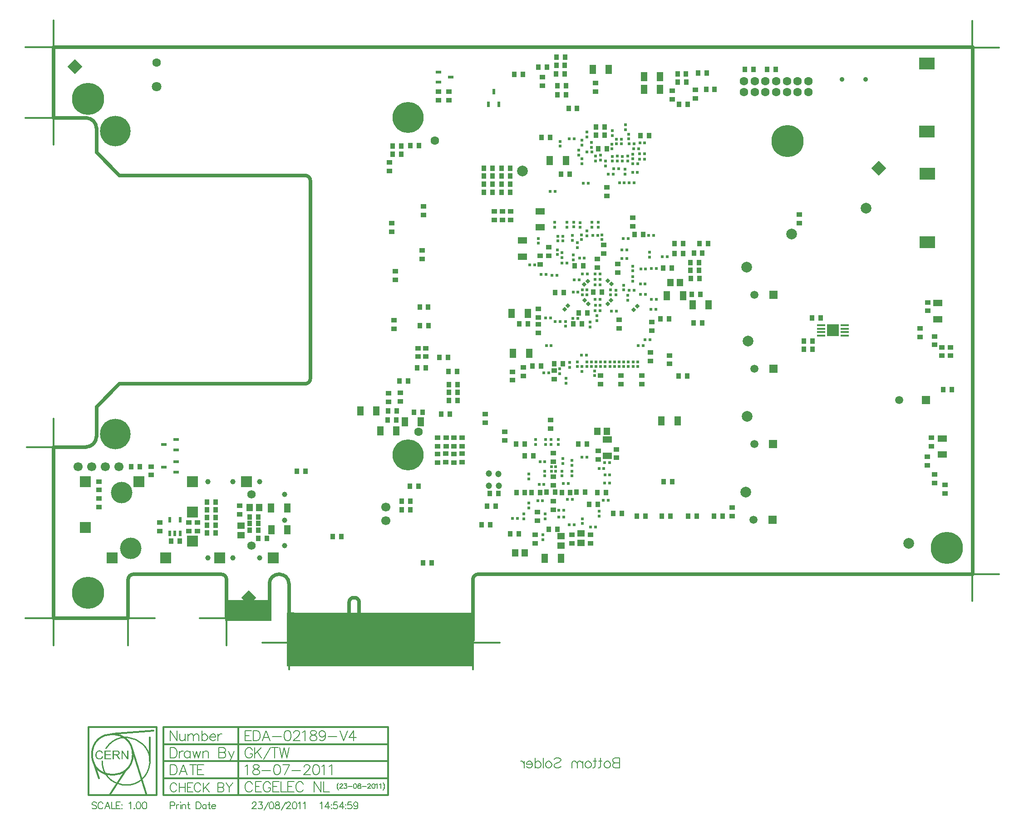
<source format=gbr>
%FSLAX24Y24*%
%MOIN*%
G70*
G01*
G75*
G04 Layer_Color=128*
%ADD10C,0.0400*%
%ADD11C,0.0080*%
%ADD12C,0.0100*%
%ADD13C,0.0150*%
%ADD14R,1.4189X0.2756*%
%ADD15R,0.3511X0.2756*%
%ADD16R,0.0800X0.0800*%
%ADD17R,0.0800X0.3200*%
%ADD18R,0.8400X0.2350*%
%ADD19R,0.4340X0.2360*%
%ADD20C,0.0250*%
%ADD21C,0.0120*%
%ADD22C,0.0070*%
%ADD23C,0.0050*%
%ADD24C,0.0709*%
%ADD25C,0.0571*%
G04:AMPARAMS|DCode=26|XSize=101.339mil|YSize=101.339mil|CornerRadius=0mil|HoleSize=0mil|Usage=FLASHONLY|Rotation=0.000|XOffset=0mil|YOffset=0mil|HoleType=Round|Shape=Relief|Width=20mil|Gap=10mil|Entries=4|*
%AMTHD26*
7,0,0,0.1013,0.0813,0.0200,45*
%
%ADD26THD26*%
G04:AMPARAMS|DCode=27|XSize=95.433mil|YSize=95.433mil|CornerRadius=0mil|HoleSize=0mil|Usage=FLASHONLY|Rotation=0.000|XOffset=0mil|YOffset=0mil|HoleType=Round|Shape=Relief|Width=20mil|Gap=10mil|Entries=4|*
%AMTHD27*
7,0,0,0.0954,0.0754,0.0200,45*
%
%ADD27THD27*%
%ADD28C,0.0551*%
%ADD29C,0.0807*%
G04:AMPARAMS|DCode=30|XSize=185.984mil|YSize=185.984mil|CornerRadius=0mil|HoleSize=0mil|Usage=FLASHONLY|Rotation=0.000|XOffset=0mil|YOffset=0mil|HoleType=Round|Shape=Relief|Width=20mil|Gap=10mil|Entries=4|*
%AMTHD30*
7,0,0,0.1860,0.1660,0.0200,45*
%
%ADD30THD30*%
G04:AMPARAMS|DCode=31|XSize=166.299mil|YSize=166.299mil|CornerRadius=0mil|HoleSize=0mil|Usage=FLASHONLY|Rotation=0.000|XOffset=0mil|YOffset=0mil|HoleType=Round|Shape=Relief|Width=20mil|Gap=10mil|Entries=4|*
%AMTHD31*
7,0,0,0.1663,0.1463,0.0200,45*
%
%ADD31THD31*%
%ADD32C,0.0827*%
%ADD33C,0.0906*%
%ADD34C,0.0610*%
G04:AMPARAMS|DCode=35|XSize=91.496mil|YSize=91.496mil|CornerRadius=0mil|HoleSize=0mil|Usage=FLASHONLY|Rotation=0.000|XOffset=0mil|YOffset=0mil|HoleType=Round|Shape=Relief|Width=20mil|Gap=10mil|Entries=4|*
%AMTHD35*
7,0,0,0.0915,0.0715,0.0200,45*
%
%ADD35THD35*%
%ADD36C,0.0512*%
G04:AMPARAMS|DCode=37|XSize=119.055mil|YSize=119.055mil|CornerRadius=0mil|HoleSize=0mil|Usage=FLASHONLY|Rotation=0.000|XOffset=0mil|YOffset=0mil|HoleType=Round|Shape=Relief|Width=20mil|Gap=10mil|Entries=4|*
%AMTHD37*
7,0,0,0.1191,0.0991,0.0200,45*
%
%ADD37THD37*%
G04:AMPARAMS|DCode=38|XSize=111.181mil|YSize=111.181mil|CornerRadius=0mil|HoleSize=0mil|Usage=FLASHONLY|Rotation=0.000|XOffset=0mil|YOffset=0mil|HoleType=Round|Shape=Relief|Width=20mil|Gap=10mil|Entries=4|*
%AMTHD38*
7,0,0,0.1112,0.0912,0.0200,45*
%
%ADD38THD38*%
%ADD39C,0.0276*%
%ADD40C,0.0335*%
%ADD41C,0.0079*%
%ADD42R,0.3539X0.2756*%
%ADD43R,1.4131X0.2756*%
%ADD44R,0.0800X0.0784*%
%ADD45R,0.8320X0.1950*%
%ADD46R,0.4420X0.2330*%
%ADD47R,0.5840X0.3720*%
%ADD48C,0.1457*%
%ADD49C,0.1260*%
%ADD50C,0.0787*%
%ADD51R,1.3810X0.3937*%
%ADD52R,0.3430X0.1500*%
%ADD53R,0.0787X0.0984*%
%ADD54R,0.0197X0.0906*%
%ADD55R,0.0787X0.0197*%
%ADD56R,0.0433X0.0236*%
%ADD57R,0.0236X0.0413*%
%ADD58R,0.0394X0.0394*%
%ADD59R,0.0394X0.0236*%
%ADD60R,0.0689X0.0984*%
%ADD61R,0.0335X0.0118*%
%ADD62R,0.0610X0.0236*%
%ADD63R,0.0236X0.0807*%
%ADD64C,0.0252*%
%ADD65O,0.0413X0.0138*%
%ADD66O,0.0138X0.0413*%
%ADD67R,0.1280X0.1280*%
%ADD68R,0.1398X0.1398*%
%ADD69O,0.0118X0.0354*%
%ADD70O,0.0354X0.0118*%
%ADD71R,0.1319X0.1319*%
%ADD72O,0.0413X0.0118*%
%ADD73O,0.0118X0.0413*%
%ADD74R,0.1059X0.1059*%
%ADD75O,0.0173X0.0409*%
%ADD76O,0.0409X0.0173*%
%ADD77R,0.0276X0.1575*%
%ADD78R,0.0276X0.1260*%
%ADD79R,0.0827X0.0551*%
%ADD80R,0.0709X0.0787*%
%ADD81R,0.0532X0.0492*%
%ADD82R,0.0669X0.0846*%
%ADD83R,0.0608X0.0512*%
%ADD84R,0.0354X0.0433*%
%ADD85R,0.0787X0.1063*%
%ADD86R,0.0354X0.0374*%
%ADD87R,0.1142X0.2126*%
%ADD88R,0.1500X0.1671*%
%ADD89R,0.1260X0.0965*%
%ADD90R,0.0453X0.1063*%
%ADD91C,0.0157*%
%ADD92C,0.0197*%
%ADD93C,0.0177*%
%ADD94R,0.0787X0.0354*%
%ADD95R,0.1671X0.1500*%
%ADD96R,0.0394X0.0354*%
%ADD97R,0.0394X0.0374*%
%ADD98R,0.0453X0.0709*%
%ADD99R,0.0709X0.0453*%
%ADD100R,0.1063X0.0453*%
%ADD101R,0.0244X0.0244*%
%ADD102R,0.0354X0.0394*%
%ADD103R,0.0374X0.0394*%
%ADD104R,0.0453X0.0571*%
%ADD105R,0.0571X0.0453*%
%ADD106R,0.0591X0.0177*%
%ADD107R,0.0236X0.0236*%
%ADD108P,0.1114X4X180.0*%
%ADD109R,0.0118X0.0335*%
%ADD110R,0.0984X0.0689*%
%ADD111R,0.0244X0.0244*%
%ADD112R,0.0236X0.0236*%
%ADD113R,0.0413X0.0236*%
%ADD114R,0.0236X0.0394*%
%ADD115C,0.0787*%
%ADD116C,0.0394*%
%ADD117R,0.0787X0.0787*%
%ADD118C,0.0354*%
%ADD119C,0.0614*%
%ADD120C,0.0630*%
%ADD121C,0.2362*%
%ADD122C,0.2244*%
%ADD123C,0.2283*%
%ADD124C,0.0669*%
%ADD125C,0.0591*%
%ADD126R,0.0591X0.0591*%
%ADD127R,0.1181X0.0866*%
%ADD128C,0.1575*%
%ADD129R,0.0850X0.0900*%
%ADD130R,1.3677X0.3937*%
%ADD131R,0.3440X0.1530*%
%ADD132C,0.0472*%
%ADD133R,0.0236X0.0433*%
%ADD134R,0.0236X0.0413*%
%ADD135P,0.1114X4X270.0*%
%ADD136P,0.0345X4X90.0*%
%ADD137P,0.0345X4X360.0*%
G36*
X35074Y25290D02*
X35082D01*
X35102Y25289D01*
X35122Y25287D01*
X35144Y25283D01*
X35164Y25279D01*
X35174Y25276D01*
X35183Y25273D01*
X35184D01*
X35185Y25272D01*
X35190Y25271D01*
X35198Y25266D01*
X35208Y25259D01*
X35220Y25251D01*
X35231Y25240D01*
X35243Y25228D01*
X35254Y25212D01*
X35255Y25210D01*
X35258Y25204D01*
X35263Y25195D01*
X35267Y25184D01*
X35272Y25169D01*
X35277Y25152D01*
X35280Y25135D01*
X35281Y25115D01*
Y25114D01*
Y25112D01*
Y25108D01*
X35280Y25104D01*
Y25098D01*
X35279Y25091D01*
X35275Y25075D01*
X35270Y25057D01*
X35263Y25038D01*
X35251Y25019D01*
X35244Y25009D01*
X35236Y25000D01*
X35234Y24998D01*
X35231Y24996D01*
X35228Y24992D01*
X35224Y24989D01*
X35218Y24985D01*
X35211Y24981D01*
X35203Y24976D01*
X35194Y24971D01*
X35184Y24966D01*
X35173Y24961D01*
X35160Y24956D01*
X35147Y24951D01*
X35133Y24947D01*
X35117Y24945D01*
X35101Y24942D01*
X35103Y24941D01*
X35106Y24939D01*
X35112Y24936D01*
X35119Y24932D01*
X35136Y24921D01*
X35144Y24915D01*
X35151Y24909D01*
X35153Y24907D01*
X35158Y24904D01*
X35165Y24896D01*
X35174Y24886D01*
X35185Y24873D01*
X35196Y24859D01*
X35209Y24842D01*
X35222Y24824D01*
X35333Y24650D01*
X35226D01*
X35142Y24783D01*
Y24783D01*
X35140Y24785D01*
X35138Y24788D01*
X35136Y24792D01*
X35129Y24802D01*
X35120Y24815D01*
X35110Y24829D01*
X35100Y24844D01*
X35090Y24858D01*
X35080Y24870D01*
X35079Y24871D01*
X35076Y24875D01*
X35071Y24881D01*
X35066Y24888D01*
X35052Y24902D01*
X35045Y24908D01*
X35037Y24913D01*
X35036Y24914D01*
X35034Y24915D01*
X35030Y24917D01*
X35025Y24920D01*
X35014Y24926D01*
X34999Y24931D01*
X34998D01*
X34996Y24932D01*
X34992D01*
X34987Y24933D01*
X34981Y24934D01*
X34973D01*
X34963Y24935D01*
X34854D01*
Y24650D01*
X34769D01*
Y25291D01*
X35066D01*
X35074Y25290D01*
D02*
G37*
G36*
X34636Y25216D02*
X34257D01*
Y25019D01*
X34612D01*
Y24944D01*
X34257D01*
Y24725D01*
X34651D01*
Y24650D01*
X34172D01*
Y25291D01*
X34636D01*
Y25216D01*
D02*
G37*
G36*
X35917Y24650D02*
X35831D01*
X35494Y25153D01*
Y24650D01*
X35413D01*
Y25291D01*
X35499D01*
X35836Y24787D01*
Y25291D01*
X35917D01*
Y24650D01*
D02*
G37*
G36*
X33818Y25301D02*
X33826Y25300D01*
X33836Y25299D01*
X33846Y25298D01*
X33858Y25296D01*
X33884Y25290D01*
X33911Y25281D01*
X33924Y25275D01*
X33938Y25269D01*
X33951Y25261D01*
X33964Y25252D01*
X33965Y25251D01*
X33966Y25250D01*
X33969Y25247D01*
X33974Y25243D01*
X33979Y25238D01*
X33986Y25231D01*
X33993Y25225D01*
X34000Y25217D01*
X34007Y25207D01*
X34014Y25197D01*
X34022Y25186D01*
X34030Y25173D01*
X34037Y25160D01*
X34044Y25146D01*
X34055Y25114D01*
X33971Y25095D01*
Y25096D01*
X33970Y25098D01*
X33969Y25102D01*
X33967Y25107D01*
X33965Y25112D01*
X33962Y25119D01*
X33955Y25134D01*
X33946Y25150D01*
X33934Y25168D01*
X33922Y25184D01*
X33906Y25197D01*
X33904Y25198D01*
X33898Y25202D01*
X33889Y25207D01*
X33877Y25214D01*
X33862Y25220D01*
X33843Y25225D01*
X33823Y25229D01*
X33800Y25230D01*
X33793D01*
X33788Y25229D01*
X33781D01*
X33774Y25228D01*
X33757Y25225D01*
X33737Y25221D01*
X33717Y25214D01*
X33696Y25205D01*
X33677Y25193D01*
X33676D01*
X33675Y25191D01*
X33669Y25187D01*
X33660Y25179D01*
X33649Y25168D01*
X33639Y25154D01*
X33627Y25139D01*
X33616Y25119D01*
X33607Y25098D01*
Y25097D01*
X33606Y25095D01*
X33605Y25092D01*
X33604Y25087D01*
X33602Y25082D01*
X33601Y25075D01*
X33598Y25060D01*
X33594Y25041D01*
X33591Y25021D01*
X33589Y24998D01*
X33588Y24975D01*
Y24974D01*
Y24971D01*
Y24967D01*
Y24961D01*
X33589Y24954D01*
Y24945D01*
X33590Y24937D01*
X33591Y24927D01*
X33594Y24905D01*
X33598Y24880D01*
X33603Y24856D01*
X33611Y24832D01*
Y24831D01*
X33612Y24829D01*
X33614Y24826D01*
X33616Y24823D01*
X33621Y24811D01*
X33629Y24798D01*
X33640Y24783D01*
X33652Y24768D01*
X33667Y24753D01*
X33684Y24741D01*
X33685D01*
X33686Y24740D01*
X33689Y24738D01*
X33693Y24736D01*
X33704Y24732D01*
X33718Y24726D01*
X33733Y24721D01*
X33752Y24716D01*
X33772Y24712D01*
X33794Y24711D01*
X33801D01*
X33805Y24712D01*
X33811D01*
X33819Y24713D01*
X33836Y24716D01*
X33854Y24721D01*
X33875Y24729D01*
X33894Y24739D01*
X33914Y24752D01*
X33915Y24753D01*
X33916Y24754D01*
X33922Y24760D01*
X33930Y24770D01*
X33941Y24783D01*
X33952Y24800D01*
X33964Y24821D01*
X33973Y24846D01*
X33981Y24874D01*
X34066Y24853D01*
Y24852D01*
X34065Y24848D01*
X34063Y24843D01*
X34061Y24835D01*
X34057Y24827D01*
X34053Y24817D01*
X34049Y24806D01*
X34044Y24794D01*
X34031Y24768D01*
X34013Y24742D01*
X33994Y24716D01*
X33982Y24704D01*
X33969Y24694D01*
X33968Y24693D01*
X33966Y24692D01*
X33963Y24689D01*
X33957Y24685D01*
X33950Y24681D01*
X33942Y24676D01*
X33933Y24671D01*
X33923Y24666D01*
X33911Y24661D01*
X33898Y24657D01*
X33884Y24652D01*
X33869Y24648D01*
X33837Y24641D01*
X33819Y24640D01*
X33801Y24639D01*
X33791D01*
X33783Y24640D01*
X33774D01*
X33764Y24641D01*
X33753Y24643D01*
X33741Y24644D01*
X33714Y24650D01*
X33685Y24657D01*
X33658Y24667D01*
X33644Y24673D01*
X33632Y24681D01*
X33631Y24682D01*
X33629Y24683D01*
X33626Y24686D01*
X33621Y24689D01*
X33609Y24699D01*
X33596Y24712D01*
X33579Y24729D01*
X33563Y24750D01*
X33547Y24775D01*
X33533Y24803D01*
Y24804D01*
X33532Y24807D01*
X33530Y24811D01*
X33528Y24817D01*
X33525Y24824D01*
X33522Y24833D01*
X33519Y24843D01*
X33517Y24855D01*
X33514Y24866D01*
X33511Y24880D01*
X33505Y24909D01*
X33501Y24941D01*
X33500Y24975D01*
Y24976D01*
Y24980D01*
Y24985D01*
X33501Y24991D01*
Y25000D01*
X33502Y25011D01*
X33503Y25022D01*
X33505Y25034D01*
X33510Y25062D01*
X33516Y25091D01*
X33525Y25121D01*
X33538Y25149D01*
Y25150D01*
X33540Y25152D01*
X33542Y25156D01*
X33545Y25162D01*
X33549Y25168D01*
X33554Y25175D01*
X33566Y25191D01*
X33581Y25210D01*
X33599Y25229D01*
X33622Y25247D01*
X33646Y25263D01*
X33647D01*
X33649Y25265D01*
X33653Y25267D01*
X33659Y25269D01*
X33665Y25271D01*
X33673Y25275D01*
X33682Y25278D01*
X33692Y25282D01*
X33703Y25286D01*
X33715Y25289D01*
X33741Y25296D01*
X33770Y25300D01*
X33802Y25302D01*
X33811D01*
X33818Y25301D01*
D02*
G37*
%LPC*%
G36*
X35056Y25220D02*
X34854D01*
Y25008D01*
X35045D01*
X35056Y25009D01*
X35068Y25010D01*
X35083Y25011D01*
X35099Y25013D01*
X35113Y25016D01*
X35126Y25020D01*
X35128Y25021D01*
X35132Y25022D01*
X35138Y25025D01*
X35144Y25028D01*
X35152Y25034D01*
X35161Y25041D01*
X35169Y25049D01*
X35176Y25058D01*
X35177Y25059D01*
X35179Y25063D01*
X35182Y25068D01*
X35185Y25075D01*
X35187Y25083D01*
X35190Y25093D01*
X35192Y25104D01*
X35193Y25115D01*
Y25116D01*
Y25117D01*
Y25123D01*
X35191Y25131D01*
X35189Y25142D01*
X35185Y25153D01*
X35180Y25166D01*
X35171Y25179D01*
X35160Y25190D01*
X35158Y25191D01*
X35154Y25195D01*
X35145Y25200D01*
X35135Y25205D01*
X35120Y25211D01*
X35103Y25215D01*
X35081Y25219D01*
X35056Y25220D01*
D02*
G37*
%LPD*%
D12*
X34000Y24503D02*
G03*
X34281Y25450I1750J-3D01*
G01*
D20*
X52874Y36161D02*
G03*
X52126Y36161I-374J0D01*
G01*
X47716Y37529D02*
G03*
X46279Y37529I-719J0D01*
G01*
X33583Y71004D02*
G03*
X32795Y71791I-787J0D01*
G01*
Y47598D02*
G03*
X33583Y48386I0J787D01*
G01*
X49291Y67165D02*
G03*
X48898Y67559I-394J0D01*
G01*
Y52244D02*
G03*
X49291Y52638I0J394D01*
G01*
X36299Y38248D02*
G03*
X35905Y37854I0J-394D01*
G01*
X43130D02*
G03*
X42736Y38248I-394J0D01*
G01*
X61614D02*
G03*
X61220Y37854I0J-394D01*
G01*
X30433Y35000D02*
X35905D01*
X97913Y38248D02*
Y76988D01*
X61024Y33228D02*
X61220Y33425D01*
X53071Y33228D02*
X61024D01*
X52874Y33425D02*
X53071Y33228D01*
X52874Y33425D02*
Y36161D01*
X51929Y33228D02*
X52126Y33425D01*
X47913Y33228D02*
X51929D01*
X47716Y33425D02*
X47913Y33228D01*
X47716Y33425D02*
Y37529D01*
X46279Y35000D02*
Y37529D01*
X43130Y35000D02*
X46279D01*
X52126Y33425D02*
Y36161D01*
X30433Y71791D02*
X32795D01*
X30433Y47598D02*
X32795D01*
X30433Y35000D02*
Y47598D01*
Y76988D02*
X97913D01*
X30433Y71791D02*
Y76988D01*
X33583Y69252D02*
Y71004D01*
Y69252D02*
X35276Y67559D01*
X49291Y52638D02*
Y67165D01*
X35905Y35000D02*
Y37854D01*
X36299Y38248D02*
X42736D01*
X43130Y35000D02*
Y37854D01*
X61220Y33425D02*
Y37854D01*
X61614Y38248D02*
X97904D01*
X35276Y67559D02*
X48898D01*
X35276Y52244D02*
X48898D01*
X33583Y50551D02*
X35276Y52244D01*
X33583Y48386D02*
Y50551D01*
D21*
X30433Y33031D02*
Y35000D01*
X28346D02*
X30433D01*
X97884Y38253D02*
X99852D01*
X45748Y33228D02*
X47716D01*
X41161Y35000D02*
X43130D01*
Y33031D02*
Y35000D01*
X97898Y76954D02*
X99866D01*
X97898D02*
Y78923D01*
X30433Y76988D02*
Y78956D01*
X28346Y76988D02*
X30433D01*
X47716Y31260D02*
Y33228D01*
X61220Y31260D02*
Y33229D01*
X63189D01*
X97884Y36284D02*
Y38253D01*
X35905Y33031D02*
Y35000D01*
X37874D01*
X30433Y47598D02*
Y49685D01*
X28465Y47598D02*
X30433D01*
X28346Y71791D02*
X30433D01*
Y69823D02*
Y71791D01*
X46811Y67559D02*
X48898D01*
X49291Y65197D02*
Y67165D01*
Y52638D02*
Y54606D01*
X46929Y52244D02*
X48898D01*
X36250Y25000D02*
G03*
X36250Y25000I-1500J0D01*
G01*
X38500Y27000D02*
X55000D01*
X38500Y25750D02*
X55000D01*
X38500Y24500D02*
X55000D01*
X38500Y23250D02*
X55000D01*
X38500Y22000D02*
X55000D01*
Y27000D01*
X36220Y25300D02*
X37250Y22000D01*
X33000Y27000D02*
X38000D01*
X34750Y26500D02*
X37750Y26750D01*
X33000Y22000D02*
X38000D01*
X44000D02*
Y27000D01*
X38000Y22000D02*
Y27000D01*
X38500Y22000D02*
Y27000D01*
X37500Y24500D02*
Y26250D01*
X33000Y22000D02*
Y27000D01*
X34550Y22050D02*
X35760Y23890D01*
X33350Y24460D02*
X33750Y23250D01*
D22*
X72000Y24750D02*
Y24000D01*
Y24750D02*
X71679D01*
X71572Y24714D01*
X71536Y24678D01*
X71500Y24607D01*
Y24536D01*
X71536Y24464D01*
X71572Y24428D01*
X71679Y24393D01*
X72000D02*
X71679D01*
X71572Y24357D01*
X71536Y24321D01*
X71500Y24250D01*
Y24143D01*
X71536Y24071D01*
X71572Y24036D01*
X71679Y24000D01*
X72000D01*
X71154Y24500D02*
X71225Y24464D01*
X71297Y24393D01*
X71332Y24286D01*
Y24214D01*
X71297Y24107D01*
X71225Y24036D01*
X71154Y24000D01*
X71047D01*
X70975Y24036D01*
X70904Y24107D01*
X70868Y24214D01*
Y24286D01*
X70904Y24393D01*
X70975Y24464D01*
X71047Y24500D01*
X71154D01*
X70597Y24750D02*
Y24143D01*
X70561Y24036D01*
X70490Y24000D01*
X70418D01*
X70704Y24500D02*
X70454D01*
X70204Y24750D02*
Y24143D01*
X70168Y24036D01*
X70097Y24000D01*
X70025D01*
X70311Y24500D02*
X70061D01*
X69740D02*
X69811Y24464D01*
X69883Y24393D01*
X69918Y24286D01*
Y24214D01*
X69883Y24107D01*
X69811Y24036D01*
X69740Y24000D01*
X69633D01*
X69561Y24036D01*
X69490Y24107D01*
X69454Y24214D01*
Y24286D01*
X69490Y24393D01*
X69561Y24464D01*
X69633Y24500D01*
X69740D01*
X69290D02*
Y24000D01*
Y24357D02*
X69183Y24464D01*
X69111Y24500D01*
X69004D01*
X68933Y24464D01*
X68897Y24357D01*
Y24000D01*
Y24357D02*
X68790Y24464D01*
X68719Y24500D01*
X68611D01*
X68540Y24464D01*
X68504Y24357D01*
Y24000D01*
X67180Y24643D02*
X67251Y24714D01*
X67358Y24750D01*
X67501D01*
X67608Y24714D01*
X67680Y24643D01*
Y24571D01*
X67644Y24500D01*
X67608Y24464D01*
X67537Y24428D01*
X67322Y24357D01*
X67251Y24321D01*
X67215Y24286D01*
X67180Y24214D01*
Y24107D01*
X67251Y24036D01*
X67358Y24000D01*
X67501D01*
X67608Y24036D01*
X67680Y24107D01*
X66833Y24500D02*
X66905Y24464D01*
X66976Y24393D01*
X67012Y24286D01*
Y24214D01*
X66976Y24107D01*
X66905Y24036D01*
X66833Y24000D01*
X66726D01*
X66655Y24036D01*
X66583Y24107D01*
X66548Y24214D01*
Y24286D01*
X66583Y24393D01*
X66655Y24464D01*
X66726Y24500D01*
X66833D01*
X66383Y24750D02*
Y24000D01*
X65798Y24750D02*
Y24000D01*
Y24393D02*
X65869Y24464D01*
X65941Y24500D01*
X66048D01*
X66119Y24464D01*
X66191Y24393D01*
X66226Y24286D01*
Y24214D01*
X66191Y24107D01*
X66119Y24036D01*
X66048Y24000D01*
X65941D01*
X65869Y24036D01*
X65798Y24107D01*
X65598Y24286D02*
X65169D01*
Y24357D01*
X65205Y24428D01*
X65241Y24464D01*
X65312Y24500D01*
X65419D01*
X65491Y24464D01*
X65562Y24393D01*
X65598Y24286D01*
Y24214D01*
X65562Y24107D01*
X65491Y24036D01*
X65419Y24000D01*
X65312D01*
X65241Y24036D01*
X65169Y24107D01*
X65009Y24500D02*
Y24000D01*
Y24286D02*
X64973Y24393D01*
X64902Y24464D01*
X64830Y24500D01*
X64723D01*
X72000Y24750D02*
Y24000D01*
Y24750D02*
X71679D01*
X71571Y24714D01*
X71536Y24678D01*
X71500Y24607D01*
Y24535D01*
X71536Y24464D01*
X71571Y24428D01*
X71679Y24393D01*
X72000D02*
X71679D01*
X71571Y24357D01*
X71536Y24321D01*
X71500Y24250D01*
Y24143D01*
X71536Y24071D01*
X71571Y24035D01*
X71679Y24000D01*
X72000D01*
X71154Y24500D02*
X71225Y24464D01*
X71297Y24393D01*
X71332Y24285D01*
Y24214D01*
X71297Y24107D01*
X71225Y24035D01*
X71154Y24000D01*
X71047D01*
X70975Y24035D01*
X70904Y24107D01*
X70868Y24214D01*
Y24285D01*
X70904Y24393D01*
X70975Y24464D01*
X71047Y24500D01*
X71154D01*
X70597Y24750D02*
Y24143D01*
X70561Y24035D01*
X70490Y24000D01*
X70418D01*
X70704Y24500D02*
X70454D01*
X70204Y24750D02*
Y24143D01*
X70168Y24035D01*
X70097Y24000D01*
X70025D01*
X70311Y24500D02*
X70061D01*
X69740D02*
X69811Y24464D01*
X69883Y24393D01*
X69918Y24285D01*
Y24214D01*
X69883Y24107D01*
X69811Y24035D01*
X69740Y24000D01*
X69633D01*
X69561Y24035D01*
X69490Y24107D01*
X69454Y24214D01*
Y24285D01*
X69490Y24393D01*
X69561Y24464D01*
X69633Y24500D01*
X69740D01*
X69290D02*
Y24000D01*
Y24357D02*
X69183Y24464D01*
X69111Y24500D01*
X69004D01*
X68933Y24464D01*
X68897Y24357D01*
Y24000D01*
Y24357D02*
X68790Y24464D01*
X68718Y24500D01*
X68611D01*
X68540Y24464D01*
X68504Y24357D01*
Y24000D01*
X67180Y24643D02*
X67251Y24714D01*
X67358Y24750D01*
X67501D01*
X67608Y24714D01*
X67679Y24643D01*
Y24571D01*
X67644Y24500D01*
X67608Y24464D01*
X67537Y24428D01*
X67322Y24357D01*
X67251Y24321D01*
X67215Y24285D01*
X67180Y24214D01*
Y24107D01*
X67251Y24035D01*
X67358Y24000D01*
X67501D01*
X67608Y24035D01*
X67679Y24107D01*
X66833Y24500D02*
X66905Y24464D01*
X66976Y24393D01*
X67012Y24285D01*
Y24214D01*
X66976Y24107D01*
X66905Y24035D01*
X66833Y24000D01*
X66726D01*
X66655Y24035D01*
X66583Y24107D01*
X66548Y24214D01*
Y24285D01*
X66583Y24393D01*
X66655Y24464D01*
X66726Y24500D01*
X66833D01*
X66383Y24750D02*
Y24000D01*
X65798Y24750D02*
Y24000D01*
Y24393D02*
X65869Y24464D01*
X65941Y24500D01*
X66048D01*
X66119Y24464D01*
X66190Y24393D01*
X66226Y24285D01*
Y24214D01*
X66190Y24107D01*
X66119Y24035D01*
X66048Y24000D01*
X65941D01*
X65869Y24035D01*
X65798Y24107D01*
X65598Y24285D02*
X65169D01*
Y24357D01*
X65205Y24428D01*
X65241Y24464D01*
X65312Y24500D01*
X65419D01*
X65491Y24464D01*
X65562Y24393D01*
X65598Y24285D01*
Y24214D01*
X65562Y24107D01*
X65491Y24035D01*
X65419Y24000D01*
X65312D01*
X65241Y24035D01*
X65169Y24107D01*
X65009Y24500D02*
Y24000D01*
Y24285D02*
X64973Y24393D01*
X64901Y24464D01*
X64830Y24500D01*
X64723D01*
X45036Y22821D02*
X45000Y22892D01*
X44928Y22964D01*
X44857Y23000D01*
X44714D01*
X44643Y22964D01*
X44571Y22892D01*
X44536Y22821D01*
X44500Y22714D01*
Y22535D01*
X44536Y22428D01*
X44571Y22357D01*
X44643Y22285D01*
X44714Y22250D01*
X44857D01*
X44928Y22285D01*
X45000Y22357D01*
X45036Y22428D01*
X45710Y23000D02*
X45246D01*
Y22250D01*
X45710D01*
X45246Y22643D02*
X45532D01*
X46371Y22821D02*
X46335Y22892D01*
X46264Y22964D01*
X46192Y23000D01*
X46050D01*
X45978Y22964D01*
X45907Y22892D01*
X45871Y22821D01*
X45835Y22714D01*
Y22535D01*
X45871Y22428D01*
X45907Y22357D01*
X45978Y22285D01*
X46050Y22250D01*
X46192D01*
X46264Y22285D01*
X46335Y22357D01*
X46371Y22428D01*
Y22535D01*
X46192D02*
X46371D01*
X47007Y23000D02*
X46542D01*
Y22250D01*
X47007D01*
X46542Y22643D02*
X46828D01*
X47132Y23000D02*
Y22250D01*
X47560D01*
X48106Y23000D02*
X47642D01*
Y22250D01*
X48106D01*
X47642Y22643D02*
X47928D01*
X48767Y22821D02*
X48731Y22892D01*
X48660Y22964D01*
X48588Y23000D01*
X48446D01*
X48374Y22964D01*
X48303Y22892D01*
X48267Y22821D01*
X48231Y22714D01*
Y22535D01*
X48267Y22428D01*
X48303Y22357D01*
X48374Y22285D01*
X48446Y22250D01*
X48588D01*
X48660Y22285D01*
X48731Y22357D01*
X48767Y22428D01*
X49567Y23000D02*
Y22250D01*
Y23000D02*
X50067Y22250D01*
Y23000D02*
Y22250D01*
X50274Y23000D02*
Y22250D01*
X50702D01*
X45036Y25321D02*
X45000Y25392D01*
X44928Y25464D01*
X44857Y25500D01*
X44714D01*
X44643Y25464D01*
X44571Y25392D01*
X44536Y25321D01*
X44500Y25214D01*
Y25035D01*
X44536Y24928D01*
X44571Y24857D01*
X44643Y24785D01*
X44714Y24750D01*
X44857D01*
X44928Y24785D01*
X45000Y24857D01*
X45036Y24928D01*
Y25035D01*
X44857D02*
X45036D01*
X45207Y25500D02*
Y24750D01*
X45707Y25500D02*
X45207Y25000D01*
X45385Y25178D02*
X45707Y24750D01*
X45875Y24643D02*
X46375Y25500D01*
X46674D02*
Y24750D01*
X46425Y25500D02*
X46924D01*
X47014D02*
X47192Y24750D01*
X47371Y25500D02*
X47192Y24750D01*
X47371Y25500D02*
X47549Y24750D01*
X47728Y25500D02*
X47549Y24750D01*
X44500Y24107D02*
X44571Y24142D01*
X44678Y24250D01*
Y23500D01*
X45228Y24250D02*
X45121Y24214D01*
X45086Y24142D01*
Y24071D01*
X45121Y24000D01*
X45193Y23964D01*
X45335Y23928D01*
X45443Y23893D01*
X45514Y23821D01*
X45550Y23750D01*
Y23643D01*
X45514Y23571D01*
X45478Y23535D01*
X45371Y23500D01*
X45228D01*
X45121Y23535D01*
X45086Y23571D01*
X45050Y23643D01*
Y23750D01*
X45086Y23821D01*
X45157Y23893D01*
X45264Y23928D01*
X45407Y23964D01*
X45478Y24000D01*
X45514Y24071D01*
Y24142D01*
X45478Y24214D01*
X45371Y24250D01*
X45228D01*
X45718Y23821D02*
X46360D01*
X46796Y24250D02*
X46689Y24214D01*
X46617Y24107D01*
X46582Y23928D01*
Y23821D01*
X46617Y23643D01*
X46689Y23535D01*
X46796Y23500D01*
X46867D01*
X46974Y23535D01*
X47046Y23643D01*
X47082Y23821D01*
Y23928D01*
X47046Y24107D01*
X46974Y24214D01*
X46867Y24250D01*
X46796D01*
X47749D02*
X47392Y23500D01*
X47249Y24250D02*
X47749D01*
X47917Y23821D02*
X48560D01*
X48817Y24071D02*
Y24107D01*
X48853Y24178D01*
X48888Y24214D01*
X48960Y24250D01*
X49103D01*
X49174Y24214D01*
X49210Y24178D01*
X49245Y24107D01*
Y24035D01*
X49210Y23964D01*
X49138Y23857D01*
X48781Y23500D01*
X49281D01*
X49663Y24250D02*
X49556Y24214D01*
X49485Y24107D01*
X49449Y23928D01*
Y23821D01*
X49485Y23643D01*
X49556Y23535D01*
X49663Y23500D01*
X49735D01*
X49842Y23535D01*
X49913Y23643D01*
X49949Y23821D01*
Y23928D01*
X49913Y24107D01*
X49842Y24214D01*
X49735Y24250D01*
X49663D01*
X50117Y24107D02*
X50188Y24142D01*
X50295Y24250D01*
Y23500D01*
X50666Y24107D02*
X50738Y24142D01*
X50845Y24250D01*
Y23500D01*
X44964Y26750D02*
X44500D01*
Y26000D01*
X44964D01*
X44500Y26393D02*
X44786D01*
X45089Y26750D02*
Y26000D01*
Y26750D02*
X45339D01*
X45446Y26714D01*
X45518Y26642D01*
X45553Y26571D01*
X45589Y26464D01*
Y26285D01*
X45553Y26178D01*
X45518Y26107D01*
X45446Y26035D01*
X45339Y26000D01*
X45089D01*
X46328D02*
X46042Y26750D01*
X45757Y26000D01*
X45864Y26250D02*
X46221D01*
X46503Y26321D02*
X47146D01*
X47581Y26750D02*
X47474Y26714D01*
X47403Y26607D01*
X47367Y26428D01*
Y26321D01*
X47403Y26143D01*
X47474Y26035D01*
X47581Y26000D01*
X47653D01*
X47760Y26035D01*
X47831Y26143D01*
X47867Y26321D01*
Y26428D01*
X47831Y26607D01*
X47760Y26714D01*
X47653Y26750D01*
X47581D01*
X48071Y26571D02*
Y26607D01*
X48106Y26678D01*
X48142Y26714D01*
X48213Y26750D01*
X48356D01*
X48428Y26714D01*
X48463Y26678D01*
X48499Y26607D01*
Y26535D01*
X48463Y26464D01*
X48392Y26357D01*
X48035Y26000D01*
X48535D01*
X48703Y26607D02*
X48774Y26642D01*
X48881Y26750D01*
Y26000D01*
X49431Y26750D02*
X49324Y26714D01*
X49288Y26642D01*
Y26571D01*
X49324Y26500D01*
X49395Y26464D01*
X49538Y26428D01*
X49645Y26393D01*
X49717Y26321D01*
X49752Y26250D01*
Y26143D01*
X49717Y26071D01*
X49681Y26035D01*
X49574Y26000D01*
X49431D01*
X49324Y26035D01*
X49288Y26071D01*
X49252Y26143D01*
Y26250D01*
X49288Y26321D01*
X49360Y26393D01*
X49467Y26428D01*
X49610Y26464D01*
X49681Y26500D01*
X49717Y26571D01*
Y26642D01*
X49681Y26714D01*
X49574Y26750D01*
X49431D01*
X50384Y26500D02*
X50349Y26393D01*
X50277Y26321D01*
X50170Y26285D01*
X50134D01*
X50027Y26321D01*
X49956Y26393D01*
X49920Y26500D01*
Y26535D01*
X49956Y26642D01*
X50027Y26714D01*
X50134Y26750D01*
X50170D01*
X50277Y26714D01*
X50349Y26642D01*
X50384Y26500D01*
Y26321D01*
X50349Y26143D01*
X50277Y26035D01*
X50170Y26000D01*
X50099D01*
X49992Y26035D01*
X49956Y26107D01*
X50588Y26321D02*
X51231D01*
X51452Y26750D02*
X51738Y26000D01*
X52023Y26750D02*
X51738Y26000D01*
X52477Y26750D02*
X52120Y26250D01*
X52655D01*
X52477Y26750D02*
Y26000D01*
X39000Y26750D02*
Y26000D01*
Y26750D02*
X39500Y26000D01*
Y26750D02*
Y26000D01*
X39707Y26500D02*
Y26143D01*
X39743Y26035D01*
X39814Y26000D01*
X39921D01*
X39993Y26035D01*
X40100Y26143D01*
Y26500D02*
Y26000D01*
X40296Y26500D02*
Y26000D01*
Y26357D02*
X40403Y26464D01*
X40475Y26500D01*
X40582D01*
X40653Y26464D01*
X40689Y26357D01*
Y26000D01*
Y26357D02*
X40796Y26464D01*
X40867Y26500D01*
X40974D01*
X41046Y26464D01*
X41082Y26357D01*
Y26000D01*
X41317Y26750D02*
Y26000D01*
Y26393D02*
X41389Y26464D01*
X41460Y26500D01*
X41567D01*
X41639Y26464D01*
X41710Y26393D01*
X41746Y26285D01*
Y26214D01*
X41710Y26107D01*
X41639Y26035D01*
X41567Y26000D01*
X41460D01*
X41389Y26035D01*
X41317Y26107D01*
X41906Y26285D02*
X42335D01*
Y26357D01*
X42299Y26428D01*
X42264Y26464D01*
X42192Y26500D01*
X42085D01*
X42014Y26464D01*
X41942Y26393D01*
X41906Y26285D01*
Y26214D01*
X41942Y26107D01*
X42014Y26035D01*
X42085Y26000D01*
X42192D01*
X42264Y26035D01*
X42335Y26107D01*
X42496Y26500D02*
Y26000D01*
Y26285D02*
X42531Y26393D01*
X42603Y26464D01*
X42674Y26500D01*
X42781D01*
X39000Y24250D02*
Y23500D01*
Y24250D02*
X39250D01*
X39357Y24214D01*
X39428Y24142D01*
X39464Y24071D01*
X39500Y23964D01*
Y23785D01*
X39464Y23678D01*
X39428Y23607D01*
X39357Y23535D01*
X39250Y23500D01*
X39000D01*
X40239D02*
X39953Y24250D01*
X39668Y23500D01*
X39775Y23750D02*
X40132D01*
X40664Y24250D02*
Y23500D01*
X40414Y24250D02*
X40914D01*
X41467D02*
X41003D01*
Y23500D01*
X41467D01*
X41003Y23893D02*
X41289D01*
X39000Y25500D02*
Y24750D01*
Y25500D02*
X39250D01*
X39357Y25464D01*
X39428Y25392D01*
X39464Y25321D01*
X39500Y25214D01*
Y25035D01*
X39464Y24928D01*
X39428Y24857D01*
X39357Y24785D01*
X39250Y24750D01*
X39000D01*
X39668Y25250D02*
Y24750D01*
Y25035D02*
X39703Y25143D01*
X39775Y25214D01*
X39846Y25250D01*
X39953D01*
X40450D02*
Y24750D01*
Y25143D02*
X40378Y25214D01*
X40307Y25250D01*
X40200D01*
X40128Y25214D01*
X40057Y25143D01*
X40021Y25035D01*
Y24964D01*
X40057Y24857D01*
X40128Y24785D01*
X40200Y24750D01*
X40307D01*
X40378Y24785D01*
X40450Y24857D01*
X40650Y25250D02*
X40792Y24750D01*
X40935Y25250D02*
X40792Y24750D01*
X40935Y25250D02*
X41078Y24750D01*
X41221Y25250D02*
X41078Y24750D01*
X41396Y25250D02*
Y24750D01*
Y25107D02*
X41503Y25214D01*
X41574Y25250D01*
X41681D01*
X41753Y25214D01*
X41789Y25107D01*
Y24750D01*
X42574Y25500D02*
Y24750D01*
Y25500D02*
X42896D01*
X43003Y25464D01*
X43038Y25428D01*
X43074Y25357D01*
Y25285D01*
X43038Y25214D01*
X43003Y25178D01*
X42896Y25143D01*
X42574D02*
X42896D01*
X43003Y25107D01*
X43038Y25071D01*
X43074Y25000D01*
Y24893D01*
X43038Y24821D01*
X43003Y24785D01*
X42896Y24750D01*
X42574D01*
X43278Y25250D02*
X43492Y24750D01*
X43706Y25250D02*
X43492Y24750D01*
X43420Y24607D01*
X43349Y24536D01*
X43278Y24500D01*
X43242D01*
X39464Y22745D02*
X39433Y22807D01*
X39371Y22869D01*
X39309Y22900D01*
X39186D01*
X39124Y22869D01*
X39062Y22807D01*
X39031Y22745D01*
X39000Y22652D01*
Y22497D01*
X39031Y22405D01*
X39062Y22343D01*
X39124Y22281D01*
X39186Y22250D01*
X39309D01*
X39371Y22281D01*
X39433Y22343D01*
X39464Y22405D01*
X39647Y22900D02*
Y22250D01*
X40080Y22900D02*
Y22250D01*
X39647Y22590D02*
X40080D01*
X40662Y22900D02*
X40259D01*
Y22250D01*
X40662D01*
X40259Y22590D02*
X40507D01*
X41234Y22745D02*
X41203Y22807D01*
X41141Y22869D01*
X41079Y22900D01*
X40956D01*
X40894Y22869D01*
X40832Y22807D01*
X40801Y22745D01*
X40770Y22652D01*
Y22497D01*
X40801Y22405D01*
X40832Y22343D01*
X40894Y22281D01*
X40956Y22250D01*
X41079D01*
X41141Y22281D01*
X41203Y22343D01*
X41234Y22405D01*
X41417Y22900D02*
Y22250D01*
X41850Y22900D02*
X41417Y22466D01*
X41572Y22621D02*
X41850Y22250D01*
X42506Y22900D02*
Y22250D01*
Y22900D02*
X42785D01*
X42877Y22869D01*
X42908Y22838D01*
X42939Y22776D01*
Y22714D01*
X42908Y22652D01*
X42877Y22621D01*
X42785Y22590D01*
X42506D02*
X42785D01*
X42877Y22559D01*
X42908Y22528D01*
X42939Y22466D01*
Y22374D01*
X42908Y22312D01*
X42877Y22281D01*
X42785Y22250D01*
X42506D01*
X43085Y22900D02*
X43332Y22590D01*
Y22250D01*
X43580Y22900D02*
X43332Y22590D01*
D23*
X33583Y21428D02*
X33536Y21476D01*
X33464Y21500D01*
X33369D01*
X33298Y21476D01*
X33250Y21428D01*
Y21381D01*
X33274Y21333D01*
X33298Y21309D01*
X33345Y21286D01*
X33488Y21238D01*
X33536Y21214D01*
X33559Y21190D01*
X33583Y21143D01*
Y21071D01*
X33536Y21024D01*
X33464Y21000D01*
X33369D01*
X33298Y21024D01*
X33250Y21071D01*
X34052Y21381D02*
X34028Y21428D01*
X33981Y21476D01*
X33933Y21500D01*
X33838D01*
X33790Y21476D01*
X33743Y21428D01*
X33719Y21381D01*
X33695Y21309D01*
Y21190D01*
X33719Y21119D01*
X33743Y21071D01*
X33790Y21024D01*
X33838Y21000D01*
X33933D01*
X33981Y21024D01*
X34028Y21071D01*
X34052Y21119D01*
X34574Y21000D02*
X34383Y21500D01*
X34193Y21000D01*
X34264Y21167D02*
X34502D01*
X34690Y21500D02*
Y21000D01*
X34976D01*
X35340Y21500D02*
X35031D01*
Y21000D01*
X35340D01*
X35031Y21262D02*
X35221D01*
X35447Y21333D02*
X35423Y21309D01*
X35447Y21286D01*
X35471Y21309D01*
X35447Y21333D01*
Y21048D02*
X35423Y21024D01*
X35447Y21000D01*
X35471Y21024D01*
X35447Y21048D01*
X35973Y21405D02*
X36021Y21428D01*
X36092Y21500D01*
Y21000D01*
X36364Y21048D02*
X36340Y21024D01*
X36364Y21000D01*
X36387Y21024D01*
X36364Y21048D01*
X36640Y21500D02*
X36568Y21476D01*
X36521Y21405D01*
X36497Y21286D01*
Y21214D01*
X36521Y21095D01*
X36568Y21024D01*
X36640Y21000D01*
X36687D01*
X36759Y21024D01*
X36806Y21095D01*
X36830Y21214D01*
Y21286D01*
X36806Y21405D01*
X36759Y21476D01*
X36687Y21500D01*
X36640D01*
X37085D02*
X37013Y21476D01*
X36966Y21405D01*
X36942Y21286D01*
Y21214D01*
X36966Y21095D01*
X37013Y21024D01*
X37085Y21000D01*
X37132D01*
X37204Y21024D01*
X37252Y21095D01*
X37275Y21214D01*
Y21286D01*
X37252Y21405D01*
X37204Y21476D01*
X37132Y21500D01*
X37085D01*
X39000Y21238D02*
X39214D01*
X39286Y21262D01*
X39309Y21285D01*
X39333Y21333D01*
Y21404D01*
X39309Y21452D01*
X39286Y21476D01*
X39214Y21500D01*
X39000D01*
Y21000D01*
X39445Y21333D02*
Y21000D01*
Y21190D02*
X39469Y21262D01*
X39516Y21309D01*
X39564Y21333D01*
X39636D01*
X39728Y21500D02*
X39752Y21476D01*
X39776Y21500D01*
X39752Y21523D01*
X39728Y21500D01*
X39752Y21333D02*
Y21000D01*
X39864Y21333D02*
Y21000D01*
Y21238D02*
X39935Y21309D01*
X39983Y21333D01*
X40054D01*
X40102Y21309D01*
X40126Y21238D01*
Y21000D01*
X40328Y21500D02*
Y21095D01*
X40352Y21024D01*
X40400Y21000D01*
X40447D01*
X40257Y21333D02*
X40423D01*
X40911Y21500D02*
Y21000D01*
Y21500D02*
X41078D01*
X41149Y21476D01*
X41197Y21428D01*
X41221Y21381D01*
X41245Y21309D01*
Y21190D01*
X41221Y21119D01*
X41197Y21071D01*
X41149Y21024D01*
X41078Y21000D01*
X40911D01*
X41642Y21333D02*
Y21000D01*
Y21262D02*
X41595Y21309D01*
X41547Y21333D01*
X41476D01*
X41428Y21309D01*
X41380Y21262D01*
X41357Y21190D01*
Y21143D01*
X41380Y21071D01*
X41428Y21024D01*
X41476Y21000D01*
X41547D01*
X41595Y21024D01*
X41642Y21071D01*
X41847Y21500D02*
Y21095D01*
X41871Y21024D01*
X41918Y21000D01*
X41966D01*
X41776Y21333D02*
X41942D01*
X42037Y21190D02*
X42323D01*
Y21238D01*
X42299Y21285D01*
X42275Y21309D01*
X42228Y21333D01*
X42156D01*
X42109Y21309D01*
X42061Y21262D01*
X42037Y21190D01*
Y21143D01*
X42061Y21071D01*
X42109Y21024D01*
X42156Y21000D01*
X42228D01*
X42275Y21024D01*
X42323Y21071D01*
X45024Y21381D02*
Y21404D01*
X45048Y21452D01*
X45071Y21476D01*
X45119Y21500D01*
X45214D01*
X45262Y21476D01*
X45286Y21452D01*
X45309Y21404D01*
Y21357D01*
X45286Y21309D01*
X45238Y21238D01*
X45000Y21000D01*
X45333D01*
X45493Y21500D02*
X45755D01*
X45612Y21309D01*
X45683D01*
X45731Y21285D01*
X45755Y21262D01*
X45778Y21190D01*
Y21143D01*
X45755Y21071D01*
X45707Y21024D01*
X45636Y21000D01*
X45564D01*
X45493Y21024D01*
X45469Y21047D01*
X45445Y21095D01*
X45890Y20928D02*
X46223Y21500D01*
X46400D02*
X46328Y21476D01*
X46281Y21404D01*
X46257Y21285D01*
Y21214D01*
X46281Y21095D01*
X46328Y21024D01*
X46400Y21000D01*
X46447D01*
X46519Y21024D01*
X46566Y21095D01*
X46590Y21214D01*
Y21285D01*
X46566Y21404D01*
X46519Y21476D01*
X46447Y21500D01*
X46400D01*
X46821D02*
X46750Y21476D01*
X46726Y21428D01*
Y21381D01*
X46750Y21333D01*
X46797Y21309D01*
X46892Y21285D01*
X46964Y21262D01*
X47011Y21214D01*
X47035Y21166D01*
Y21095D01*
X47011Y21047D01*
X46988Y21024D01*
X46916Y21000D01*
X46821D01*
X46750Y21024D01*
X46726Y21047D01*
X46702Y21095D01*
Y21166D01*
X46726Y21214D01*
X46773Y21262D01*
X46845Y21285D01*
X46940Y21309D01*
X46988Y21333D01*
X47011Y21381D01*
Y21428D01*
X46988Y21476D01*
X46916Y21500D01*
X46821D01*
X47147Y20928D02*
X47480Y21500D01*
X47537Y21381D02*
Y21404D01*
X47561Y21452D01*
X47585Y21476D01*
X47633Y21500D01*
X47728D01*
X47776Y21476D01*
X47799Y21452D01*
X47823Y21404D01*
Y21357D01*
X47799Y21309D01*
X47752Y21238D01*
X47514Y21000D01*
X47847D01*
X48102Y21500D02*
X48030Y21476D01*
X47983Y21404D01*
X47959Y21285D01*
Y21214D01*
X47983Y21095D01*
X48030Y21024D01*
X48102Y21000D01*
X48149D01*
X48221Y21024D01*
X48268Y21095D01*
X48292Y21214D01*
Y21285D01*
X48268Y21404D01*
X48221Y21476D01*
X48149Y21500D01*
X48102D01*
X48404Y21404D02*
X48452Y21428D01*
X48523Y21500D01*
Y21000D01*
X48771Y21404D02*
X48818Y21428D01*
X48890Y21500D01*
Y21000D01*
X50000Y21404D02*
X50048Y21428D01*
X50119Y21500D01*
Y21000D01*
X50605Y21500D02*
X50367Y21166D01*
X50724D01*
X50605Y21500D02*
Y21000D01*
X50835Y21333D02*
X50812Y21309D01*
X50835Y21285D01*
X50859Y21309D01*
X50835Y21333D01*
Y21047D02*
X50812Y21024D01*
X50835Y21000D01*
X50859Y21024D01*
X50835Y21047D01*
X51254Y21500D02*
X51016D01*
X50993Y21285D01*
X51016Y21309D01*
X51088Y21333D01*
X51159D01*
X51231Y21309D01*
X51278Y21262D01*
X51302Y21190D01*
Y21143D01*
X51278Y21071D01*
X51231Y21024D01*
X51159Y21000D01*
X51088D01*
X51016Y21024D01*
X50993Y21047D01*
X50969Y21095D01*
X51652Y21500D02*
X51414Y21166D01*
X51771D01*
X51652Y21500D02*
Y21000D01*
X51883Y21333D02*
X51859Y21309D01*
X51883Y21285D01*
X51907Y21309D01*
X51883Y21333D01*
Y21047D02*
X51859Y21024D01*
X51883Y21000D01*
X51907Y21024D01*
X51883Y21047D01*
X52302Y21500D02*
X52064D01*
X52040Y21285D01*
X52064Y21309D01*
X52135Y21333D01*
X52207D01*
X52278Y21309D01*
X52326Y21262D01*
X52349Y21190D01*
Y21143D01*
X52326Y21071D01*
X52278Y21024D01*
X52207Y21000D01*
X52135D01*
X52064Y21024D01*
X52040Y21047D01*
X52016Y21095D01*
X52771Y21333D02*
X52747Y21262D01*
X52699Y21214D01*
X52628Y21190D01*
X52604D01*
X52533Y21214D01*
X52485Y21262D01*
X52461Y21333D01*
Y21357D01*
X52485Y21428D01*
X52533Y21476D01*
X52604Y21500D01*
X52628D01*
X52699Y21476D01*
X52747Y21428D01*
X52771Y21333D01*
Y21214D01*
X52747Y21095D01*
X52699Y21024D01*
X52628Y21000D01*
X52580D01*
X52509Y21024D01*
X52485Y21071D01*
X51367Y22917D02*
X51333Y22883D01*
X51300Y22833D01*
X51267Y22767D01*
X51250Y22683D01*
Y22617D01*
X51267Y22533D01*
X51300Y22467D01*
X51333Y22417D01*
X51367Y22383D01*
X51333Y22883D02*
X51300Y22817D01*
X51283Y22767D01*
X51267Y22683D01*
Y22617D01*
X51283Y22533D01*
X51300Y22483D01*
X51333Y22417D01*
X51450Y22767D02*
Y22783D01*
X51467Y22817D01*
X51483Y22833D01*
X51517Y22850D01*
X51583D01*
X51617Y22833D01*
X51633Y22817D01*
X51650Y22783D01*
Y22750D01*
X51633Y22717D01*
X51600Y22667D01*
X51433Y22500D01*
X51667D01*
X51778Y22850D02*
X51962D01*
X51862Y22717D01*
X51912D01*
X51945Y22700D01*
X51962Y22683D01*
X51978Y22633D01*
Y22600D01*
X51962Y22550D01*
X51928Y22517D01*
X51878Y22500D01*
X51828D01*
X51778Y22517D01*
X51762Y22533D01*
X51745Y22567D01*
X52056Y22650D02*
X52356D01*
X52560Y22850D02*
X52510Y22833D01*
X52476Y22783D01*
X52460Y22700D01*
Y22650D01*
X52476Y22567D01*
X52510Y22517D01*
X52560Y22500D01*
X52593D01*
X52643Y22517D01*
X52676Y22567D01*
X52693Y22650D01*
Y22700D01*
X52676Y22783D01*
X52643Y22833D01*
X52593Y22850D01*
X52560D01*
X52855D02*
X52805Y22833D01*
X52788Y22800D01*
Y22767D01*
X52805Y22733D01*
X52838Y22717D01*
X52905Y22700D01*
X52955Y22683D01*
X52988Y22650D01*
X53005Y22617D01*
Y22567D01*
X52988Y22533D01*
X52971Y22517D01*
X52921Y22500D01*
X52855D01*
X52805Y22517D01*
X52788Y22533D01*
X52771Y22567D01*
Y22617D01*
X52788Y22650D01*
X52821Y22683D01*
X52871Y22700D01*
X52938Y22717D01*
X52971Y22733D01*
X52988Y22767D01*
Y22800D01*
X52971Y22833D01*
X52921Y22850D01*
X52855D01*
X53083Y22650D02*
X53383D01*
X53503Y22767D02*
Y22783D01*
X53520Y22817D01*
X53536Y22833D01*
X53569Y22850D01*
X53636D01*
X53669Y22833D01*
X53686Y22817D01*
X53703Y22783D01*
Y22750D01*
X53686Y22717D01*
X53653Y22667D01*
X53486Y22500D01*
X53719D01*
X53898Y22850D02*
X53848Y22833D01*
X53814Y22783D01*
X53798Y22700D01*
Y22650D01*
X53814Y22567D01*
X53848Y22517D01*
X53898Y22500D01*
X53931D01*
X53981Y22517D01*
X54014Y22567D01*
X54031Y22650D01*
Y22700D01*
X54014Y22783D01*
X53981Y22833D01*
X53931Y22850D01*
X53898D01*
X54109Y22783D02*
X54143Y22800D01*
X54193Y22850D01*
Y22500D01*
X54366Y22783D02*
X54399Y22800D01*
X54449Y22850D01*
Y22500D01*
X54623Y22917D02*
X54656Y22883D01*
X54689Y22833D01*
X54723Y22767D01*
X54739Y22683D01*
Y22617D01*
X54723Y22533D01*
X54689Y22467D01*
X54656Y22417D01*
X54623Y22383D01*
X54656Y22883D02*
X54689Y22817D01*
X54706Y22767D01*
X54723Y22683D01*
Y22617D01*
X54706Y22533D01*
X54689Y22483D01*
X54656Y22417D01*
D24*
X38002Y74075D02*
D03*
D59*
X59586Y74778D02*
D03*
X58680Y75152D02*
D03*
Y74404D02*
D03*
X38520Y46128D02*
D03*
X39426Y45754D02*
D03*
Y46502D02*
D03*
X39436Y48142D02*
D03*
Y47394D02*
D03*
X38530Y47768D02*
D03*
D77*
X55472Y34646D02*
D03*
X55079D02*
D03*
X54685D02*
D03*
X54291D02*
D03*
X53898D02*
D03*
X53504D02*
D03*
X53110D02*
D03*
X51890D02*
D03*
X51496D02*
D03*
X51102D02*
D03*
X50709D02*
D03*
X50315D02*
D03*
X49921D02*
D03*
X49528D02*
D03*
X49134D02*
D03*
X48740D02*
D03*
X48346D02*
D03*
X55866Y34646D02*
D03*
X56260Y34646D02*
D03*
X56654Y34646D02*
D03*
X57047Y34646D02*
D03*
X57441Y34646D02*
D03*
X57835Y34646D02*
D03*
X58228Y34646D02*
D03*
X58622Y34646D02*
D03*
X59016Y34646D02*
D03*
X59409Y34646D02*
D03*
X59803Y34646D02*
D03*
X60197Y34646D02*
D03*
X60591Y34646D02*
D03*
X60984Y34646D02*
D03*
D78*
X47953Y34803D02*
D03*
D96*
X95659Y54301D02*
D03*
Y54931D02*
D03*
X58683Y73083D02*
D03*
Y73713D02*
D03*
X80273Y43153D02*
D03*
Y42523D02*
D03*
X85200Y64063D02*
D03*
Y64693D02*
D03*
X38239Y41433D02*
D03*
Y42063D02*
D03*
X40979Y41423D02*
D03*
Y42053D02*
D03*
X62793Y64913D02*
D03*
Y64283D02*
D03*
X63993D02*
D03*
Y64913D02*
D03*
X63403Y64283D02*
D03*
Y64913D02*
D03*
X58643Y47083D02*
D03*
Y46453D02*
D03*
X59253Y48283D02*
D03*
Y47653D02*
D03*
X60443Y48283D02*
D03*
Y47653D02*
D03*
X59843Y46463D02*
D03*
Y47093D02*
D03*
X63573Y48083D02*
D03*
Y48713D02*
D03*
X94903Y47653D02*
D03*
Y48283D02*
D03*
X95900Y44190D02*
D03*
Y44820D02*
D03*
X96280Y54301D02*
D03*
Y54931D02*
D03*
X94613Y57603D02*
D03*
Y58233D02*
D03*
X33750Y45065D02*
D03*
Y44435D02*
D03*
X70376Y61425D02*
D03*
Y60795D02*
D03*
X69876Y41141D02*
D03*
Y40511D02*
D03*
X71063Y66673D02*
D03*
Y66043D02*
D03*
X70829Y61829D02*
D03*
Y62459D02*
D03*
X70213Y74353D02*
D03*
Y73723D02*
D03*
X66924Y48954D02*
D03*
Y49584D02*
D03*
X60433Y46473D02*
D03*
Y47103D02*
D03*
X59243Y46473D02*
D03*
Y47103D02*
D03*
X59843Y48283D02*
D03*
Y47653D02*
D03*
X58643Y48283D02*
D03*
Y47653D02*
D03*
X40349Y42043D02*
D03*
Y41413D02*
D03*
X59473Y73083D02*
D03*
Y73713D02*
D03*
X37600Y45535D02*
D03*
Y46165D02*
D03*
X33750Y43185D02*
D03*
Y43815D02*
D03*
D97*
X95143Y45583D02*
D03*
Y44953D02*
D03*
X95113Y55103D02*
D03*
Y55733D02*
D03*
X74353Y56163D02*
D03*
Y56793D02*
D03*
X62113Y49373D02*
D03*
Y50003D02*
D03*
X94073Y55683D02*
D03*
Y56313D02*
D03*
X57750Y54865D02*
D03*
Y54235D02*
D03*
X57200D02*
D03*
Y54865D02*
D03*
X67120Y46515D02*
D03*
Y47145D02*
D03*
X70432Y46673D02*
D03*
Y47303D02*
D03*
X68498Y40511D02*
D03*
Y41141D02*
D03*
X65803Y40523D02*
D03*
Y41153D02*
D03*
X72964Y64437D02*
D03*
Y63807D02*
D03*
X67190Y52576D02*
D03*
Y53206D02*
D03*
X70595Y52212D02*
D03*
Y52842D02*
D03*
X73617D02*
D03*
Y52212D02*
D03*
X72111D02*
D03*
Y52842D02*
D03*
X71763Y47433D02*
D03*
Y46803D02*
D03*
X71960Y56327D02*
D03*
Y56957D02*
D03*
X66145Y61640D02*
D03*
Y61010D02*
D03*
X66033Y57113D02*
D03*
Y57743D02*
D03*
X64933Y52813D02*
D03*
Y53443D02*
D03*
X71872Y61061D02*
D03*
Y60431D02*
D03*
X66033Y56603D02*
D03*
Y55973D02*
D03*
X94583Y46243D02*
D03*
Y46873D02*
D03*
X44088Y42657D02*
D03*
Y43287D02*
D03*
X65953Y42824D02*
D03*
Y42195D02*
D03*
X67125Y44783D02*
D03*
Y45413D02*
D03*
X67130Y43605D02*
D03*
Y42975D02*
D03*
X64123Y53133D02*
D03*
Y52503D02*
D03*
X66333Y74793D02*
D03*
Y74163D02*
D03*
X66793Y61663D02*
D03*
Y62293D02*
D03*
X74260Y53925D02*
D03*
Y54555D02*
D03*
X77573Y73853D02*
D03*
Y73223D02*
D03*
X55023Y50923D02*
D03*
Y51553D02*
D03*
X55893Y50943D02*
D03*
Y51573D02*
D03*
X75663Y54333D02*
D03*
Y53703D02*
D03*
X75853Y73163D02*
D03*
Y73793D02*
D03*
X55256Y64035D02*
D03*
Y63406D02*
D03*
X57486Y62045D02*
D03*
Y61415D02*
D03*
X55423Y56929D02*
D03*
Y56299D02*
D03*
X55098Y68504D02*
D03*
Y67874D02*
D03*
X57579Y65288D02*
D03*
Y64658D02*
D03*
X55533Y59893D02*
D03*
Y60523D02*
D03*
D98*
X52952Y50248D02*
D03*
X54134D02*
D03*
X76254Y49528D02*
D03*
X75072D02*
D03*
X47579Y43118D02*
D03*
X46398D02*
D03*
X47609Y41528D02*
D03*
X46428D02*
D03*
X78534Y58038D02*
D03*
X77352D02*
D03*
X65249Y57418D02*
D03*
X64068D02*
D03*
X74960Y73874D02*
D03*
X73779D02*
D03*
X70012Y75358D02*
D03*
X71194D02*
D03*
X73782Y74828D02*
D03*
X74964D02*
D03*
X76647Y58708D02*
D03*
X75466D02*
D03*
X55604Y48778D02*
D03*
X54422D02*
D03*
X57394Y49438D02*
D03*
X56212D02*
D03*
X66867Y68659D02*
D03*
X68048D02*
D03*
X67681Y39430D02*
D03*
X66499D02*
D03*
X65359Y54476D02*
D03*
X64178D02*
D03*
D99*
X95373Y58179D02*
D03*
Y56997D02*
D03*
X64863Y62769D02*
D03*
Y61587D02*
D03*
X71100Y46959D02*
D03*
Y48141D02*
D03*
X66164Y63746D02*
D03*
Y64928D02*
D03*
X95683Y48229D02*
D03*
Y47047D02*
D03*
D101*
X66576Y57088D02*
D03*
X66930D02*
D03*
X70835Y46023D02*
D03*
X70481D02*
D03*
X66580Y60288D02*
D03*
X66226D02*
D03*
X73863Y55480D02*
D03*
X74217D02*
D03*
X66081Y44842D02*
D03*
X66436D02*
D03*
X69231Y46840D02*
D03*
X69585D02*
D03*
X68646Y41868D02*
D03*
X68292D02*
D03*
X72711Y59113D02*
D03*
X73066D02*
D03*
X67763Y61110D02*
D03*
X68117D02*
D03*
X71764Y57587D02*
D03*
X71409D02*
D03*
X68673Y59890D02*
D03*
X69027D02*
D03*
X68937Y58990D02*
D03*
X68583D02*
D03*
X70209Y59929D02*
D03*
X70563D02*
D03*
X70209Y57606D02*
D03*
X70563D02*
D03*
X69627Y60320D02*
D03*
X69273D02*
D03*
X70563Y60313D02*
D03*
X70209D02*
D03*
Y59516D02*
D03*
X70563D02*
D03*
X70218Y58010D02*
D03*
X70573D02*
D03*
X70560Y58448D02*
D03*
X70206D02*
D03*
X67389Y60215D02*
D03*
X67034D02*
D03*
X65408Y60982D02*
D03*
X65762D02*
D03*
X67621Y56827D02*
D03*
X67267D02*
D03*
X72522Y61465D02*
D03*
X72167D02*
D03*
X66909Y66374D02*
D03*
X67263D02*
D03*
X74306Y57728D02*
D03*
X74660D02*
D03*
X68227Y44901D02*
D03*
X67873D02*
D03*
X64497Y42342D02*
D03*
X64142D02*
D03*
X66970Y55038D02*
D03*
X66616D02*
D03*
X67534Y42448D02*
D03*
X67888D02*
D03*
X65983Y43661D02*
D03*
X66337D02*
D03*
X68178Y43740D02*
D03*
X68532D02*
D03*
X66153Y46520D02*
D03*
X66507D02*
D03*
X69871Y41712D02*
D03*
X70225D02*
D03*
X67879Y42940D02*
D03*
X67524D02*
D03*
X73723Y55056D02*
D03*
X73369D02*
D03*
X68932Y57055D02*
D03*
X68577D02*
D03*
X72157Y62085D02*
D03*
X72512D02*
D03*
X72263Y62930D02*
D03*
X72617D02*
D03*
X69401Y61484D02*
D03*
X69047D02*
D03*
X73486Y69949D02*
D03*
X73840D02*
D03*
X73473Y68760D02*
D03*
X73827D02*
D03*
X71983Y67000D02*
D03*
X72337D02*
D03*
X68660Y70238D02*
D03*
X68306D02*
D03*
X71164Y67644D02*
D03*
X71519D02*
D03*
X72703Y67000D02*
D03*
X73057D02*
D03*
X72976Y68408D02*
D03*
X73330D02*
D03*
X74126Y63138D02*
D03*
X74480D02*
D03*
X73543Y58830D02*
D03*
X73897D02*
D03*
X74326Y58458D02*
D03*
X74680D02*
D03*
X74687Y60707D02*
D03*
X74333D02*
D03*
X73555Y60697D02*
D03*
X73909D02*
D03*
X73516Y59585D02*
D03*
X73870D02*
D03*
X69333Y66967D02*
D03*
X69687D02*
D03*
X70380Y63138D02*
D03*
X70025D02*
D03*
X75497Y61570D02*
D03*
X75143D02*
D03*
D102*
X76319Y52805D02*
D03*
X76949D02*
D03*
X73278Y42528D02*
D03*
X73908D02*
D03*
X75098Y42518D02*
D03*
X75728D02*
D03*
X77028Y42528D02*
D03*
X77658D02*
D03*
X78928D02*
D03*
X79558D02*
D03*
X72148Y42718D02*
D03*
X71518D02*
D03*
X86148Y55370D02*
D03*
X85518D02*
D03*
X56628Y43618D02*
D03*
X55998D02*
D03*
X56628Y42988D02*
D03*
X55998D02*
D03*
X62268Y43258D02*
D03*
X62898D02*
D03*
X77858Y62548D02*
D03*
X78488D02*
D03*
X62458Y44188D02*
D03*
X63088D02*
D03*
X83448Y75358D02*
D03*
X82818D02*
D03*
X36135Y46150D02*
D03*
X36765D02*
D03*
X64888Y74968D02*
D03*
X64258D02*
D03*
X68683Y60913D02*
D03*
X69313D02*
D03*
X55958Y69133D02*
D03*
X55328D02*
D03*
X55958Y69708D02*
D03*
X55328D02*
D03*
X42334Y41278D02*
D03*
X41704D02*
D03*
X42336Y41845D02*
D03*
X41706D02*
D03*
X42336Y42411D02*
D03*
X41706D02*
D03*
X42336Y42977D02*
D03*
X41706D02*
D03*
X42336Y43543D02*
D03*
X41706D02*
D03*
X57569Y39094D02*
D03*
X58199D02*
D03*
X51565Y41008D02*
D03*
X50935D02*
D03*
X59403Y54172D02*
D03*
X58773D02*
D03*
X57265Y69750D02*
D03*
X56635D02*
D03*
X60065Y53150D02*
D03*
X59435D02*
D03*
X76668Y62558D02*
D03*
X76038D02*
D03*
X67348Y75648D02*
D03*
X67978D02*
D03*
X68058Y74138D02*
D03*
X67428D02*
D03*
X70888Y71118D02*
D03*
X70258D02*
D03*
X65258Y56658D02*
D03*
X64628D02*
D03*
X71055Y69526D02*
D03*
X70425D02*
D03*
X95758Y51828D02*
D03*
X96388D02*
D03*
X75858Y45038D02*
D03*
X75228D02*
D03*
X61868Y41868D02*
D03*
X62498D02*
D03*
X63948Y68098D02*
D03*
X63318D02*
D03*
X63948Y66918D02*
D03*
X63318D02*
D03*
X63948Y67508D02*
D03*
X63318D02*
D03*
X63948Y66328D02*
D03*
X63318D02*
D03*
X62668D02*
D03*
X62038D02*
D03*
X62668Y67508D02*
D03*
X62038D02*
D03*
X62668Y66918D02*
D03*
X62038D02*
D03*
X62668Y68098D02*
D03*
X62038D02*
D03*
X48288Y45818D02*
D03*
X48918D02*
D03*
X76028Y61828D02*
D03*
X76658D02*
D03*
X85518Y54790D02*
D03*
X86148D02*
D03*
D103*
X57313Y57894D02*
D03*
X57943D02*
D03*
X77758Y75078D02*
D03*
X78388D02*
D03*
X86762Y57087D02*
D03*
X86132D02*
D03*
X78978Y73888D02*
D03*
X78348D02*
D03*
X59515Y50020D02*
D03*
X58885D02*
D03*
X54978Y49568D02*
D03*
X55608D02*
D03*
X60085Y51620D02*
D03*
X59455D02*
D03*
X76898Y74418D02*
D03*
X76268D02*
D03*
X67745Y44252D02*
D03*
X68375D02*
D03*
X66642Y44271D02*
D03*
X67272D02*
D03*
X64414Y44250D02*
D03*
X65044D02*
D03*
X70388Y43393D02*
D03*
X69759D02*
D03*
X63955Y41200D02*
D03*
X64585D02*
D03*
X66156Y44259D02*
D03*
X65526D02*
D03*
X70349Y44240D02*
D03*
X70979D02*
D03*
X65605Y53551D02*
D03*
X66235D02*
D03*
X67199Y53718D02*
D03*
X67829D02*
D03*
X77206Y61142D02*
D03*
X77836D02*
D03*
X70701Y58984D02*
D03*
X70071D02*
D03*
X69001Y57448D02*
D03*
X69631D02*
D03*
X77206Y60580D02*
D03*
X77836D02*
D03*
X39074Y40698D02*
D03*
X39704D02*
D03*
X77418Y56728D02*
D03*
X78048D02*
D03*
X67886Y58965D02*
D03*
X67256D02*
D03*
X67998Y76238D02*
D03*
X67368D02*
D03*
X68878Y72478D02*
D03*
X68248D02*
D03*
X45466Y42460D02*
D03*
X44836D02*
D03*
Y41476D02*
D03*
X45466D02*
D03*
Y41968D02*
D03*
X44836D02*
D03*
X45457Y40874D02*
D03*
X46087D02*
D03*
X68607Y56641D02*
D03*
X69237D02*
D03*
X55618Y50238D02*
D03*
X54988D02*
D03*
X59455Y51020D02*
D03*
X60085D02*
D03*
X77308Y58808D02*
D03*
X77938D02*
D03*
X69457Y44271D02*
D03*
X68827D02*
D03*
X67415Y41560D02*
D03*
X66785D02*
D03*
X65028Y46958D02*
D03*
X65658D02*
D03*
X69585Y47805D02*
D03*
X68955D02*
D03*
X64398D02*
D03*
X65028D02*
D03*
X68330Y67644D02*
D03*
X67700D02*
D03*
X73095Y63200D02*
D03*
X73725D02*
D03*
X74146Y70490D02*
D03*
X73516D02*
D03*
X70892Y70531D02*
D03*
X70262D02*
D03*
X75838Y60746D02*
D03*
X75209D02*
D03*
X75008Y57008D02*
D03*
X75638D02*
D03*
X76368Y72788D02*
D03*
X76998D02*
D03*
X66038Y75518D02*
D03*
X66668D02*
D03*
X56465Y52450D02*
D03*
X55835D02*
D03*
X59455Y52170D02*
D03*
X60085D02*
D03*
X57750Y53424D02*
D03*
X57120D02*
D03*
X77228Y59978D02*
D03*
X77858D02*
D03*
X57513Y50157D02*
D03*
X56883D02*
D03*
X78078Y61838D02*
D03*
X77448D02*
D03*
X66884Y70352D02*
D03*
X66255D02*
D03*
X56598Y44718D02*
D03*
X57228D02*
D03*
X76878Y75018D02*
D03*
X76248D02*
D03*
X68048Y73488D02*
D03*
X67418D02*
D03*
X67948Y75008D02*
D03*
X67318D02*
D03*
X81208Y75358D02*
D03*
X81838D02*
D03*
X57334Y56531D02*
D03*
X57964D02*
D03*
D104*
X76422Y59692D02*
D03*
X75713D02*
D03*
X71059Y48750D02*
D03*
X70350D02*
D03*
X45525Y43149D02*
D03*
X44817D02*
D03*
X64325Y39811D02*
D03*
X65034D02*
D03*
D105*
X67711Y41061D02*
D03*
Y40352D02*
D03*
X44187Y41121D02*
D03*
Y41830D02*
D03*
X69167Y41259D02*
D03*
Y40550D02*
D03*
D106*
X86787Y56552D02*
D03*
Y56296D02*
D03*
Y56040D02*
D03*
Y55784D02*
D03*
X88519D02*
D03*
Y56040D02*
D03*
Y56296D02*
D03*
Y56552D02*
D03*
D107*
X72950Y59773D02*
D03*
Y60127D02*
D03*
X68070Y52637D02*
D03*
Y52283D02*
D03*
X67603Y52980D02*
D03*
Y53334D02*
D03*
X68902Y53866D02*
D03*
Y53511D02*
D03*
X68340Y53807D02*
D03*
Y53453D02*
D03*
X68533Y63140D02*
D03*
Y62786D02*
D03*
X70425Y64102D02*
D03*
Y63748D02*
D03*
X68614Y64122D02*
D03*
Y63768D02*
D03*
X67236Y64102D02*
D03*
Y63748D02*
D03*
X69598Y63473D02*
D03*
Y63118D02*
D03*
X65831Y48147D02*
D03*
Y47793D02*
D03*
X67495Y48147D02*
D03*
Y47793D02*
D03*
X69242Y53502D02*
D03*
Y53147D02*
D03*
X69080Y64097D02*
D03*
Y63743D02*
D03*
X70710Y63197D02*
D03*
Y62843D02*
D03*
X69953Y64102D02*
D03*
Y63748D02*
D03*
X67827Y63099D02*
D03*
Y62744D02*
D03*
X67453Y63099D02*
D03*
Y62744D02*
D03*
X69244Y68768D02*
D03*
Y68413D02*
D03*
X72203Y68955D02*
D03*
Y68601D02*
D03*
X72583Y68975D02*
D03*
Y68621D02*
D03*
X72118Y70222D02*
D03*
Y69867D02*
D03*
X72659Y70599D02*
D03*
Y70244D02*
D03*
X71433Y69855D02*
D03*
Y69501D02*
D03*
X72963Y68771D02*
D03*
Y69125D02*
D03*
X70949Y68610D02*
D03*
Y68256D02*
D03*
X71453Y68955D02*
D03*
Y68601D02*
D03*
X71760Y70227D02*
D03*
Y69873D02*
D03*
X68142Y64102D02*
D03*
Y63748D02*
D03*
X69207Y63197D02*
D03*
Y62843D02*
D03*
X72382Y68020D02*
D03*
Y67665D02*
D03*
X70603Y69035D02*
D03*
Y68681D02*
D03*
X70223Y68975D02*
D03*
Y68621D02*
D03*
X71823Y68985D02*
D03*
Y68631D02*
D03*
X69922Y53502D02*
D03*
Y53856D02*
D03*
X70262Y53502D02*
D03*
Y53856D02*
D03*
X70152Y53196D02*
D03*
Y52842D02*
D03*
X69582Y53502D02*
D03*
Y53856D02*
D03*
X71281Y53502D02*
D03*
Y53856D02*
D03*
X70601Y53502D02*
D03*
Y53856D02*
D03*
X72980Y53502D02*
D03*
Y53856D02*
D03*
X70941Y53502D02*
D03*
Y53856D02*
D03*
X71621Y53502D02*
D03*
Y53856D02*
D03*
X72640Y53502D02*
D03*
Y53856D02*
D03*
X71961Y53502D02*
D03*
Y53856D02*
D03*
X73320Y53503D02*
D03*
Y53857D02*
D03*
X72301Y53502D02*
D03*
Y53856D02*
D03*
X66570Y48147D02*
D03*
Y47793D02*
D03*
X66953Y48147D02*
D03*
Y47793D02*
D03*
D111*
X67760Y45824D02*
D03*
Y45470D02*
D03*
X66980Y45803D02*
D03*
Y46157D02*
D03*
X66353Y41145D02*
D03*
Y40791D02*
D03*
X67770Y61523D02*
D03*
Y61877D02*
D03*
X68604Y61356D02*
D03*
Y61711D02*
D03*
X72610Y58747D02*
D03*
Y58393D02*
D03*
X70336Y57242D02*
D03*
Y56888D02*
D03*
X69608Y59142D02*
D03*
Y58787D02*
D03*
X71321D02*
D03*
Y59142D02*
D03*
X71714Y58778D02*
D03*
Y59132D02*
D03*
X69250Y59147D02*
D03*
Y58793D02*
D03*
X72290Y59497D02*
D03*
Y59143D02*
D03*
X66017Y62567D02*
D03*
Y62921D02*
D03*
X74195Y61908D02*
D03*
Y61553D02*
D03*
X67420Y61743D02*
D03*
Y62097D02*
D03*
X68998Y69063D02*
D03*
Y69417D02*
D03*
X66524Y42687D02*
D03*
Y42332D02*
D03*
X66505Y45472D02*
D03*
Y45826D02*
D03*
X64950Y42332D02*
D03*
Y42687D02*
D03*
X69261Y42323D02*
D03*
Y41968D02*
D03*
X67833Y46742D02*
D03*
Y46387D02*
D03*
X67302Y45807D02*
D03*
Y46161D02*
D03*
X68493Y46614D02*
D03*
Y46260D02*
D03*
Y45472D02*
D03*
Y45826D02*
D03*
X70501Y42874D02*
D03*
Y42519D02*
D03*
X65343Y43130D02*
D03*
Y43484D02*
D03*
Y45246D02*
D03*
Y45600D02*
D03*
X68020Y56473D02*
D03*
Y56827D02*
D03*
X69820Y56413D02*
D03*
Y56767D02*
D03*
X68895Y62601D02*
D03*
Y62246D02*
D03*
X69611Y70391D02*
D03*
Y70746D02*
D03*
X67620Y69703D02*
D03*
Y70057D02*
D03*
X69234Y70136D02*
D03*
Y69782D02*
D03*
X72430Y70923D02*
D03*
Y71277D02*
D03*
X69930Y69623D02*
D03*
Y69977D02*
D03*
X72974Y60894D02*
D03*
Y60539D02*
D03*
X71449Y70835D02*
D03*
Y70480D02*
D03*
D112*
X66442Y53039D02*
D03*
X66796D02*
D03*
X69552Y54358D02*
D03*
X69197D02*
D03*
X70900Y46454D02*
D03*
X71255D02*
D03*
X70920Y45549D02*
D03*
X71274D02*
D03*
X70910Y44958D02*
D03*
X71264D02*
D03*
X70802Y43689D02*
D03*
X71156D02*
D03*
X73817Y69150D02*
D03*
X73463D02*
D03*
X73397Y69510D02*
D03*
X73043D02*
D03*
X69957Y69290D02*
D03*
X69603D02*
D03*
X73063Y69890D02*
D03*
X72709D02*
D03*
X73302Y67775D02*
D03*
X72947D02*
D03*
X71927Y68060D02*
D03*
X71572D02*
D03*
D115*
X64873Y67878D02*
D03*
X84627Y63240D02*
D03*
X81413Y55398D02*
D03*
X81323Y60828D02*
D03*
X81253Y44288D02*
D03*
X90100Y65150D02*
D03*
X93233Y40508D02*
D03*
X81373Y49848D02*
D03*
D116*
X47402Y40343D02*
D03*
Y42232D02*
D03*
Y44122D02*
D03*
X41746Y39435D02*
D03*
X43596D02*
D03*
X45565D02*
D03*
Y45045D02*
D03*
X43596D02*
D03*
X41746D02*
D03*
D117*
X40644Y40683D02*
D03*
Y42809D02*
D03*
X32770Y41667D02*
D03*
X34738Y39435D02*
D03*
X38675D02*
D03*
X46549D02*
D03*
X42612D02*
D03*
X44581Y45045D02*
D03*
X40644D02*
D03*
X36707D02*
D03*
X32770D02*
D03*
D118*
X88337Y74632D02*
D03*
X90069D02*
D03*
D119*
X44961Y40343D02*
D03*
Y44122D02*
D03*
D120*
X58439Y70128D02*
D03*
X57238Y48718D02*
D03*
X85068Y73684D02*
D03*
Y74472D02*
D03*
X85855Y73684D02*
D03*
Y74472D02*
D03*
X81131Y73684D02*
D03*
Y74472D02*
D03*
X81918Y73684D02*
D03*
Y74472D02*
D03*
X82706D02*
D03*
Y73684D02*
D03*
X83493Y74472D02*
D03*
Y73684D02*
D03*
X84280Y74472D02*
D03*
Y73684D02*
D03*
X38002Y75846D02*
D03*
D121*
X32952Y36892D02*
D03*
X84343Y70098D02*
D03*
X32952Y73168D02*
D03*
X96013Y40168D02*
D03*
D122*
X34961Y70827D02*
D03*
Y48563D02*
D03*
D123*
X56457Y71811D02*
D03*
X56457Y47008D02*
D03*
D124*
X32244Y46144D02*
D03*
X33244D02*
D03*
X35244D02*
D03*
X34244D02*
D03*
X54813Y42188D02*
D03*
Y43188D02*
D03*
D125*
X92539Y51038D02*
D03*
X81904Y53338D02*
D03*
Y58798D02*
D03*
X81834Y42248D02*
D03*
X81884Y47808D02*
D03*
D126*
X94507Y51038D02*
D03*
X83282Y53338D02*
D03*
Y58798D02*
D03*
X83212Y42248D02*
D03*
X83262Y47808D02*
D03*
D127*
X94583Y62662D02*
D03*
Y67678D02*
D03*
X94563Y70772D02*
D03*
Y75788D02*
D03*
D128*
X35439Y44238D02*
D03*
X36089Y40158D02*
D03*
D129*
X87658Y56168D02*
D03*
D130*
X54382Y33464D02*
D03*
D131*
X44713Y35593D02*
D03*
D132*
X63093Y45628D02*
D03*
X63113Y44758D02*
D03*
X62393Y44748D02*
D03*
X62403Y45648D02*
D03*
D133*
X39713Y42260D02*
D03*
X38965D02*
D03*
Y41236D02*
D03*
X39339D02*
D03*
X39713D02*
D03*
D134*
X63124Y72797D02*
D03*
X62376D02*
D03*
X62750Y73703D02*
D03*
D135*
X32003Y75558D02*
D03*
X91033Y68088D02*
D03*
X44750Y36500D02*
D03*
D136*
X69655Y59789D02*
D03*
X69404Y59538D02*
D03*
X71127Y58131D02*
D03*
X71377Y58381D02*
D03*
X68208Y57978D02*
D03*
X67957Y57727D02*
D03*
X73038Y57693D02*
D03*
X73288Y57943D02*
D03*
D137*
X71387Y59568D02*
D03*
X71136Y59818D02*
D03*
X69434Y58371D02*
D03*
X69684Y58121D02*
D03*
M02*

</source>
